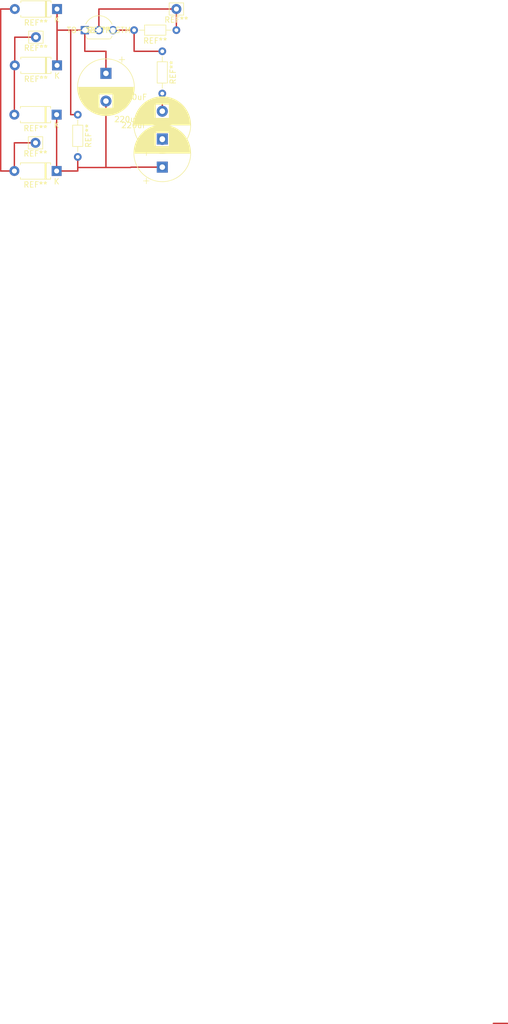
<source format=kicad_pcb>
(kicad_pcb (version 20221018) (generator pcbnew)
  (layers (0 "F.Cu" signal) (31 "B.Cu" signal) (34 "B.Paste" user) (35 "F.Paste" user) (36 "B.SilkS" user "B.Silkscreen") (37 "F.SilkS" user "F.Silkscreen") (38 "B.Mask" user) (39 "F.Mask" user) (44 "Edge.Cuts" user))
  (net 0 "")
  (footprint "footprints2:LM317LZ-TR" (layer "F.Cu") (at 30.48 19.05)
    (fp_text reference "REF**" (at 2.54 0) (layer "F.SilkS"))
    (fp_text value "TO-92-TR_STM" (at 2.54 0) (layer "F.SilkS"))
    (fp_text user "*" (at 0 0) (layer "F.SilkS"))
    (pad "1" thru_hole rect (at 0 0) (size 1.4986 1.4986) (drill 0.9906) (layers "*.Cu" "*.Mask"))
    (pad "2" thru_hole circle (at 2.54 0) (size 1.4986 1.4986) (drill 0.9906) (layers "*.Cu" "*.Mask"))
    (pad "3" thru_hole circle (at 5.08 0) (size 1.4986 1.4986) (drill 0.9906) (layers "*.Cu" "*.Mask"))
  )
  (footprint "Diode_THT:D_A-405_P7.62mm_Horizontal" (layer "F.Cu") (at 25.4 44.444075 180)
    (fp_text reference "REF**" (at 3.81 -2.47) (layer "F.SilkS"))
    (fp_text value "D_A-405_P7.62mm_Horizontal" hide)
    (fp_text user "K" (at 0 -1.9) (layer "F.SilkS"))
    (pad "1" thru_hole rect (at 0 0 180) (size 1.8 1.8) (drill 0.9) (layers "*.Cu" "*.Mask"))
    (pad "2" thru_hole oval (at 7.62 0 180) (size 1.8 1.8) (drill 0.9) (layers "*.Cu" "*.Mask"))
  )
  (footprint "Connector_Pin:Pin_D0.9mm_L10.0mm_W2.4mm_FlatFork" (layer "F.Cu") (at 46.99 15.24)
    (fp_text reference "REF**" (at 0 1.95) (layer "F.SilkS"))
    (fp_text value "Pin_D0.9mm_L10.0mm_W2.4mm_FlatFork" hide)
    (pad "1" thru_hole circle (at 0 0) (size 1.8 1.8) (drill 0.9) (layers "*.Cu" "*.Mask"))
    (pad "1" thru_hole circle (at 0 0) (size 1.8 1.8) (drill 0.9) (layers "*.Cu" "*.Mask"))
  )
  (footprint "Capacitor_THT:CP_Radial_D10.0mm_P5.00mm" (layer "F.Cu") (at 44.45 43.748385 90)
    (fp_text reference "220uF" (at 7.54 -5.08) (layer "F.SilkS"))
    (fp_text value "CP_Radial_D10.0mm_P5.00mm" hide)
    (pad "1" thru_hole rect (at 0 0 90) (size 2 2) (drill 1) (layers "*.Cu" "*.Mask"))
    (pad "2" thru_hole circle (at 5 0 90) (size 2 2) (drill 1) (layers "*.Cu" "*.Mask"))
  )
  (footprint "Capacitor_THT:CP_Radial_D10.0mm_P5.00mm" (layer "F.Cu") (at 34.29 26.842323 -90)
    (fp_text reference "220uF" (at 8.280708 -3.81 180) (layer "F.SilkS"))
    (fp_text value "CP_Radial_D10.0mm_P5.00mm" hide)
    (pad "1" thru_hole rect (at 0 0 270) (size 2 2) (drill 1) (layers "*.Cu" "*.Mask"))
    (pad "2" thru_hole circle (at 5 0 270) (size 2 2) (drill 1) (layers "*.Cu" "*.Mask"))
  )
  (footprint "Connector_Pin:Pin_D0.9mm_L10.0mm_W2.4mm_FlatFork" (layer "F.Cu") (at 21.59 39.364075)
    (fp_text reference "REF**" (at 0 1.95) (layer "F.SilkS"))
    (fp_text value "Pin_D0.9mm_L10.0mm_W2.4mm_FlatFork" hide)
    (pad "1" thru_hole circle (at 0 0) (size 1.8 1.8) (drill 0.9) (layers "*.Cu" "*.Mask"))
  )
  (footprint "Diode_THT:D_A-405_P7.62mm_Horizontal" (layer "F.Cu") (at 25.473885 25.4 180)
    (fp_text reference "REF**" (at 3.81 -2.47) (layer "F.SilkS"))
    (fp_text value "D_A-405_P7.62mm_Horizontal" hide)
    (fp_text user "K" (at 0 -1.9) (layer "F.SilkS"))
    (pad "1" thru_hole rect (at 0 0 180) (size 1.8 1.8) (drill 0.9) (layers "*.Cu" "*.Mask"))
    (pad "2" thru_hole oval (at 7.62 0 180) (size 1.8 1.8) (drill 0.9) (layers "*.Cu" "*.Mask"))
  )
  (footprint "Connector_Pin:Pin_D0.9mm_L10.0mm_W2.4mm_FlatFork" (layer "F.Cu") (at 21.663885 20.32)
    (fp_text reference "REF**" (at 0 1.95) (layer "F.SilkS"))
    (fp_text value "Pin_D0.9mm_L10.0mm_W2.4mm_FlatFork" hide)
    (pad "1" thru_hole circle (at 0 0) (size 1.8 1.8) (drill 0.9) (layers "*.Cu" "*.Mask"))
  )
  (footprint "Diode_THT:D_A-405_P7.62mm_Horizontal" (layer "F.Cu") (at 25.473885 15.24 180)
    (fp_text reference "REF**" (at 3.81 -2.47) (layer "F.SilkS"))
    (fp_text value "D_A-405_P7.62mm_Horizontal" hide)
    (fp_text user "K" (at 0 -1.9) (layer "F.SilkS"))
    (pad "1" thru_hole rect (at 0 0 180) (size 1.8 1.8) (drill 0.9) (layers "*.Cu" "*.Mask"))
    (pad "2" thru_hole oval (at 7.62 0 180) (size 1.8 1.8) (drill 0.9) (layers "*.Cu" "*.Mask"))
  )
  (footprint "Resistor_THT:R_Axial_DIN0204_L3.6mm_D1.6mm_P7.62mm_Horizontal" (layer "F.Cu") (at 44.45 22.86 -90)
    (fp_text reference "REF**" (at 3.81 -1.92 -270) (layer "F.SilkS"))
    (fp_text value "R_Axial_DIN0204_L3.6mm_D1.6mm_P7.62mm_Horizontal" hide)
    (pad "1" thru_hole circle (at 0 0 270) (size 1.4 1.4) (drill 0.7) (layers "*.Cu" "*.Mask"))
    (pad "2" thru_hole oval (at 7.62 0 270) (size 1.4 1.4) (drill 0.7) (layers "*.Cu" "*.Mask"))
  )
  (footprint "Resistor_THT:R_Axial_DIN0204_L3.6mm_D1.6mm_P7.62mm_Horizontal" (layer "F.Cu") (at 29.21 34.29 -90)
    (fp_text reference "REF**" (at 3.81 -1.92 -270) (layer "F.SilkS"))
    (fp_text value "R_Axial_DIN0204_L3.6mm_D1.6mm_P7.62mm_Horizontal" hide)
    (pad "1" thru_hole circle (at 0 0 270) (size 1.4 1.4) (drill 0.7) (layers "*.Cu" "*.Mask"))
    (pad "2" thru_hole oval (at 7.62 0 270) (size 1.4 1.4) (drill 0.7) (layers "*.Cu" "*.Mask"))
  )
  (footprint "Capacitor_THT:CP_Radial_D10.0mm_P5.00mm" (layer "F.Cu") (at 44.45 38.668385 90)
    (fp_text reference "220uF" (at 7.54 -5.08) (layer "F.SilkS"))
    (fp_text value "CP_Radial_D10.0mm_P5.00mm" hide)
    (pad "1" thru_hole rect (at 0 0 90) (size 2 2) (drill 1) (layers "*.Cu" "*.Mask"))
    (pad "2" thru_hole circle (at 5 0 90) (size 2 2) (drill 1) (layers "*.Cu" "*.Mask"))
  )
  (footprint "Resistor_THT:R_Axial_DIN0204_L3.6mm_D1.6mm_P7.62mm_Horizontal" (layer "F.Cu") (at 46.99 19.05 180)
    (fp_text reference "REF**" (at 3.81 -1.92) (layer "F.SilkS"))
    (fp_text value "R_Axial_DIN0204_L3.6mm_D1.6mm_P7.62mm_Horizontal" hide)
    (pad "1" thru_hole circle (at 0 0 180) (size 1.4 1.4) (drill 0.7) (layers "*.Cu" "*.Mask"))
    (pad "2" thru_hole oval (at 7.62 0 180) (size 1.4 1.4) (drill 0.7) (layers "*.Cu" "*.Mask"))
  )
  (footprint "Diode_THT:D_A-405_P7.62mm_Horizontal" (layer "F.Cu") (at 25.4 34.284075 180)
    (fp_text reference "REF**" (at 3.81 -2.47) (layer "F.SilkS"))
    (fp_text value "D_A-405_P7.62mm_Horizontal" hide)
    (fp_text user "K" (at 0 -1.9) (layer "F.SilkS"))
    (pad "1" thru_hole rect (at 0 0 180) (size 1.8 1.8) (drill 0.9) (layers "*.Cu" "*.Mask"))
    (pad "2" thru_hole oval (at 7.62 0 180) (size 1.8 1.8) (drill 0.9) (layers "*.Cu" "*.Mask"))
  )
  (segment (start 15.313885 15.24) (end 17.853885 15.24) (width 0.25) (layer "F.Cu") (net 0))
  (segment (start 27.94 19.05) (end 30.48 19.05) (width 0.25) (layer "F.Cu") (net 0))
  (segment (start 25.473885 19.05) (end 27.94 19.05) (width 0.25) (layer "F.Cu") (net 0))
  (segment (start 34.29 43.815) (end 33.02 43.815) (width 0.25) (layer "F.Cu") (net 0))
  (segment (start 33.02 19.05) (end 33.02 15.24) (width 0.25) (layer "F.Cu") (net 0))
  (segment (start 33.02 43.815) (end 29.21 43.815) (width 0.25) (layer "F.Cu") (net 0))
  (segment (start 29.21 44.444075) (end 25.4 44.444075) (width 0.25) (layer "F.Cu") (net 0))
  (segment (start 39.37 22.86) (end 39.37 19.05) (width 0.25) (layer "F.Cu") (net 0))
  (segment (start 17.78 39.364075) (end 21.59 39.364075) (width 0.25) (layer "F.Cu") (net 0))
  (segment (start 25.4 44.444075) (end 25.4 34.284075) (width 0.25) (layer "F.Cu") (net 0))
  (segment (start 104.14 198.12) (end 106.68 198.12) (width 0.25) (layer "F.Cu") (net 0))
  (segment (start 34.29 43.815) (end 34.29 31.842323) (width 0.25) (layer "F.Cu") (net 0))
  (segment (start 17.853885 20.32) (end 21.663885 20.32) (width 0.25) (layer "F.Cu") (net 0))
  (segment (start 17.78 25.473885) (end 17.853885 25.4) (width 0.25) (layer "F.Cu") (net 0))
  (segment (start 17.853885 20.32) (end 17.853885 25.4) (width 0.25) (layer "F.Cu") (net 0))
  (segment (start 33.02 15.24) (end 46.99 15.24) (width 0.25) (layer "F.Cu") (net 0))
  (segment (start 15.313885 44.444075) (end 15.313885 15.24) (width 0.25) (layer "F.Cu") (net 0))
  (segment (start 30.48 19.05) (end 30.48 22.86) (width 0.25) (layer "F.Cu") (net 0))
  (segment (start 25.473885 25.4) (end 25.473885 19.05) (width 0.25) (layer "F.Cu") (net 0))
  (segment (start 38.735 43.815) (end 34.29 43.815) (width 0.25) (layer "F.Cu") (net 0))
  (segment (start 29.21 43.815) (end 29.21 41.91) (width 0.25) (layer "F.Cu") (net 0))
  (segment (start 44.45 30.48) (end 44.45 33.668385) (width 0.25) (layer "F.Cu") (net 0))
  (segment (start 17.78 39.364075) (end 17.78 44.444075) (width 0.25) (layer "F.Cu") (net 0))
  (segment (start 25.473885 19.05) (end 25.473885 15.24) (width 0.25) (layer "F.Cu") (net 0))
  (segment (start 38.735 43.815) (end 38.801615 43.748385) (width 0.25) (layer "F.Cu") (net 0))
  (segment (start 28.575 34.29) (end 29.21 34.29) (width 0.25) (layer "F.Cu") (net 0))
  (segment (start 35.56 19.05) (end 39.37 19.05) (width 0.25) (layer "F.Cu") (net 0))
  (segment (start 25.405925 44.45) (end 25.4 44.444075) (width 0) (layer "F.Cu") (net 0))
  (segment (start 17.78 34.284075) (end 17.78 25.473885) (width 0.25) (layer "F.Cu") (net 0))
  (segment (start 39.37 22.86) (end 44.45 22.86) (width 0.25) (layer "F.Cu") (net 0))
  (segment (start 38.801615 43.748385) (end 44.45 43.748385) (width 0.25) (layer "F.Cu") (net 0))
  (segment (start 34.29 22.86) (end 34.29 26.842323) (width 0.25) (layer "F.Cu") (net 0))
  (segment (start 46.99 15.24) (end 46.99 19.05) (width 0.25) (layer "F.Cu") (net 0))
  (segment (start 30.48 22.86) (end 34.29 22.86) (width 0.25) (layer "F.Cu") (net 0))
  (segment (start 27.94 34.29) (end 28.575 34.29) (width 0.25) (layer "F.Cu") (net 0))
  (segment (start 15.313885 44.444075) (end 17.78 44.444075) (width 0.25) (layer "F.Cu") (net 0))
  (segment (start 29.21 44.444075) (end 29.21 43.815) (width 0.25) (layer "F.Cu") (net 0))
  (segment (start 27.94 19.05) (end 27.94 34.29) (width 0.25) (layer "F.Cu") (net 0))
)
</source>
